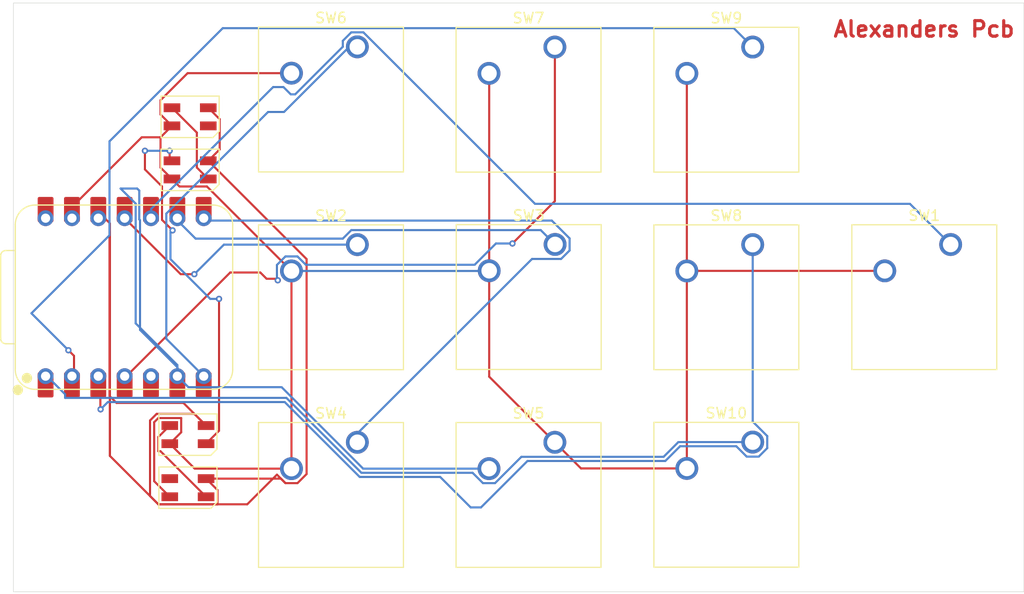
<source format=kicad_pcb>
(kicad_pcb (version 20241229) (generator "pcbnew") (generator_version "9.0")
  (layers (0 "F.Cu" signal) (2 "B.Cu" signal) (13 "F.Paste" user) (15 "B.Paste" user) (5 "F.SilkS" user "F.Silkscreen") (7 "B.SilkS" user "B.Silkscreen") (1 "F.Mask" user) (3 "B.Mask" user) (25 "Edge.Cuts" user))
  (net 0 "")
  (net 1 "+5V")
  (net 2 "Net-(D1-DOUT)")
  (net 3 "GND")
  (net 4 "Net-(D1-DIN)")
  (net 5 "Net-(D2-DOUT)")
  (net 6 "Net-(D3-DOUT)")
  (net 7 "Net-(D4-DOUT)")
  (net 8 "Net-(D5-DOUT)")
  (net 9 "Net-(U1-GPIO4{slash}MISO)")
  (net 10 "Net-(U1-GPIO3{slash}MOSI)")
  (net 11 "Net-(U1-GPIO2{slash}SCK)")
  (net 12 "Net-(U1-GPIO1{slash}RX)")
  (net 13 "Net-(U1-GPIO7{slash}SCL)")
  (net 14 "Net-(U1-GPIO0{slash}TX)")
  (net 15 "Net-(U1-GPIO29{slash}ADC3{slash}A3)")
  (net 16 "Net-(U1-GPIO28{slash}ADC2{slash}A2)")
  (net 17 "Net-(U1-GPIO27{slash}ADC1{slash}A1)")
  (net 18 "Net-(U1-GPIO26{slash}ADC0{slash}A0)")
  (footprint "Button_Switch_Keyboard:SW_Cherry_MX_1.00u_PCB" (layer "F.Cu") (at 125.249998 59.03)
    (property "Reference" "SW6" (at -2.54 -2.794 0) (layer "F.SilkS"))
    (property "Value" "SW_Push")
    (fp_line (start -9.525 -1.905) (end 4.445 -1.905) (stroke (width 0.12)) (layer "F.SilkS"))
    (fp_line (start -9.525 12.065) (end -9.525 -1.905) (stroke (width 0.12)) (layer "F.SilkS"))
    (fp_line (start 4.445 -1.905) (end 4.445 12.065) (stroke (width 0.12)) (layer "F.SilkS"))
    (fp_line (start 4.445 12.065) (end -9.525 12.065) (stroke (width 0.12)) (layer "F.SilkS"))
    (pad "" np_thru_hole circle (at -7.62 5.08) (size 1.7 1.7) (drill 1.7) (layers "*.Cu" "*.Mask"))
    (pad "" np_thru_hole circle (at -2.54 5.08) (size 4 4) (drill 4) (layers "*.Cu" "*.Mask"))
    (pad "" np_thru_hole circle (at 2.54 5.08) (size 1.7 1.7) (drill 1.7) (layers "*.Cu" "*.Mask"))
    (pad "1" thru_hole circle (at 0 0) (size 2.2 2.2) (drill 1.5) (layers "*.Cu" "*.Mask") (net 14 "Net-(U1-GPIO0{slash}TX)"))
    (pad "2" thru_hole circle (at -6.35 2.54) (size 2.2 2.2) (drill 1.5) (layers "*.Cu" "*.Mask") (net 3 "GND"))
  )
  (footprint "Button_Switch_Keyboard:SW_Cherry_MX_1.00u_PCB" (layer "F.Cu") (at 163.359998 59.05)
    (property "Reference" "SW9" (at -2.54 -2.794 0) (layer "F.SilkS"))
    (property "Value" "SW_Push")
    (fp_line (start -9.525 -1.905) (end 4.445 -1.905) (stroke (width 0.12)) (layer "F.SilkS"))
    (fp_line (start -9.525 12.065) (end -9.525 -1.905) (stroke (width 0.12)) (layer "F.SilkS"))
    (fp_line (start 4.445 -1.905) (end 4.445 12.065) (stroke (width 0.12)) (layer "F.SilkS"))
    (fp_line (start 4.445 12.065) (end -9.525 12.065) (stroke (width 0.12)) (layer "F.SilkS"))
    (pad "" np_thru_hole circle (at -7.62 5.08) (size 1.7 1.7) (drill 1.7) (layers "*.Cu" "*.Mask"))
    (pad "" np_thru_hole circle (at -2.54 5.08) (size 4 4) (drill 4) (layers "*.Cu" "*.Mask"))
    (pad "" np_thru_hole circle (at 2.54 5.08) (size 1.7 1.7) (drill 1.7) (layers "*.Cu" "*.Mask"))
    (pad "1" thru_hole circle (at 0 0) (size 2.2 2.2) (drill 1.5) (layers "*.Cu" "*.Mask") (net 17 "Net-(U1-GPIO27{slash}ADC1{slash}A1)"))
    (pad "2" thru_hole circle (at -6.35 2.54) (size 2.2 2.2) (drill 1.5) (layers "*.Cu" "*.Mask") (net 3 "GND"))
  )
  (footprint "Button_Switch_Keyboard:SW_Cherry_MX_1.00u_PCB" (layer "F.Cu") (at 144.289998 59.05)
    (property "Reference" "SW7" (at -2.54 -2.794 0) (layer "F.SilkS"))
    (property "Value" "SW_Push")
    (fp_line (start -9.525 -1.905) (end 4.445 -1.905) (stroke (width 0.12)) (layer "F.SilkS"))
    (fp_line (start -9.525 12.065) (end -9.525 -1.905) (stroke (width 0.12)) (layer "F.SilkS"))
    (fp_line (start 4.445 -1.905) (end 4.445 12.065) (stroke (width 0.12)) (layer "F.SilkS"))
    (fp_line (start 4.445 12.065) (end -9.525 12.065) (stroke (width 0.12)) (layer "F.SilkS"))
    (pad "" np_thru_hole circle (at -7.62 5.08) (size 1.7 1.7) (drill 1.7) (layers "*.Cu" "*.Mask"))
    (pad "" np_thru_hole circle (at -2.54 5.08) (size 4 4) (drill 4) (layers "*.Cu" "*.Mask"))
    (pad "" np_thru_hole circle (at 2.54 5.08) (size 1.7 1.7) (drill 1.7) (layers "*.Cu" "*.Mask"))
    (pad "1" thru_hole circle (at 0 0) (size 2.2 2.2) (drill 1.5) (layers "*.Cu" "*.Mask") (net 15 "Net-(U1-GPIO29{slash}ADC3{slash}A3)"))
    (pad "2" thru_hole circle (at -6.35 2.54) (size 2.2 2.2) (drill 1.5) (layers "*.Cu" "*.Mask") (net 3 "GND"))
  )
  (footprint "Button_Switch_Keyboard:SW_Cherry_MX_1.00u_PCB" (layer "F.Cu") (at 144.309998 78.09)
    (property "Reference" "SW3" (at -2.54 -2.794 0) (layer "F.SilkS"))
    (property "Value" "SW_Push")
    (fp_line (start -9.525 -1.905) (end 4.445 -1.905) (stroke (width 0.12)) (layer "F.SilkS"))
    (fp_line (start -9.525 12.065) (end -9.525 -1.905) (stroke (width 0.12)) (layer "F.SilkS"))
    (fp_line (start 4.445 -1.905) (end 4.445 12.065) (stroke (width 0.12)) (layer "F.SilkS"))
    (fp_line (start 4.445 12.065) (end -9.525 12.065) (stroke (width 0.12)) (layer "F.SilkS"))
    (pad "" np_thru_hole circle (at -7.62 5.08) (size 1.7 1.7) (drill 1.7) (layers "*.Cu" "*.Mask"))
    (pad "" np_thru_hole circle (at -2.54 5.08) (size 4 4) (drill 4) (layers "*.Cu" "*.Mask"))
    (pad "" np_thru_hole circle (at 2.54 5.08) (size 1.7 1.7) (drill 1.7) (layers "*.Cu" "*.Mask"))
    (pad "1" thru_hole circle (at 0 0) (size 2.2 2.2) (drill 1.5) (layers "*.Cu" "*.Mask") (net 11 "Net-(U1-GPIO2{slash}SCK)"))
    (pad "2" thru_hole circle (at -6.35 2.54) (size 2.2 2.2) (drill 1.5) (layers "*.Cu" "*.Mask") (net 3 "GND"))
  )
  (footprint "OPL:XIAO-RP2040-DIP" (layer "F.Cu") (at 102.82 83.18 90)
    (property "Reference" "U1" (hide yes))
    (property "Value" "XIAO-RP2040-DIP" (hide yes))
    (fp_line (start -3.991272 -11.951) (end 4.004 -11.951) (stroke (width 0.127)) (layer "F.SilkS"))
    (fp_line (start 4.504 -11.451) (end 4.504 -10.541) (stroke (width 0.127)) (layer "F.SilkS"))
    (fp_line (start 6.985 -10.541) (end -6.985 -10.541) (stroke (width 0.1)) (layer "F.SilkS"))
    (fp_line (start 6.985 -10.541) (end -6.985 -10.541) (stroke (width 0.127)) (layer "F.SilkS"))
    (fp_line (start -4.495 -10.541) (end -4.491272 -11.451272) (stroke (width 0.127)) (layer "F.SilkS"))
    (fp_line (start 8.89 8.509) (end 8.89 -8.636) (stroke (width 0.127)) (layer "F.SilkS"))
    (fp_line (start -8.89 8.509) (end -8.89 -8.636) (stroke (width 0.127)) (layer "F.SilkS"))
    (fp_line (start -6.985 10.414) (end 6.985 10.414) (stroke (width 0.127)) (layer "F.SilkS"))
    (fp_arc (start 4.004 -11.951) (mid 4.357553 -11.804553) (end 4.504 -11.451) (stroke (width 0.127)) (layer "F.SilkS"))
    (fp_arc (start -4.491272 -11.451272) (mid -4.344728 -11.80464) (end -3.991272 -11.951) (stroke (width 0.127)) (layer "F.SilkS"))
    (fp_arc (start 6.985 -10.541) (mid 8.332038 -9.983038) (end 8.89 -8.636) (stroke (width 0.127)) (layer "F.SilkS"))
    (fp_arc (start -8.89 -8.636) (mid -8.332038 -9.983038) (end -6.985 -10.541) (stroke (width 0.127)) (layer "F.SilkS"))
    (fp_arc (start 8.89 8.509) (mid 8.332038 9.856038) (end 6.985 10.414) (stroke (width 0.127)) (layer "F.SilkS"))
    (fp_arc (start -6.985 10.414) (mid -8.332038 9.856038) (end -8.89 8.509) (stroke (width 0.127)) (layer "F.SilkS"))
    (fp_circle (center -8.95 -10.3) (end -8.95 -10.554) (stroke (width 0.5)) (fill yes) (layer "F.SilkS"))
    (fp_circle (center -7.807 -9.42) (end -7.807 -9.674) (stroke (width 0.5)) (fill yes) (layer "F.SilkS"))
    (pad "1" smd roundrect (at -8.455 -7.62 270) (size 2.432 1.524) (layers "F.Cu" "F.Mask") (roundrect_rratio 0.1) (net 18 "Net-(U1-GPIO26{slash}ADC0{slash}A0)"))
    (pad "1" thru_hole circle (at -7.62 -7.62 270) (size 1.524 1.524) (drill 0.889) (layers "*.Cu" "*.Mask") (net 18 "Net-(U1-GPIO26{slash}ADC0{slash}A0)"))
    (pad "2" smd roundrect (at -8.455 -5.08 270) (size 2.432 1.524) (layers "F.Cu" "F.Mask") (roundrect_rratio 0.1) (net 17 "Net-(U1-GPIO27{slash}ADC1{slash}A1)"))
    (pad "2" thru_hole circle (at -7.62 -5.08 270) (size 1.524 1.524) (drill 0.889) (layers "*.Cu" "*.Mask") (net 17 "Net-(U1-GPIO27{slash}ADC1{slash}A1)"))
    (pad "3" smd roundrect (at -8.455 -2.54 270) (size 2.432 1.524) (layers "F.Cu" "F.Mask") (roundrect_rratio 0.1) (net 16 "Net-(U1-GPIO28{slash}ADC2{slash}A2)"))
    (pad "3" thru_hole circle (at -7.62 -2.54 270) (size 1.524 1.524) (drill 0.889) (layers "*.Cu" "*.Mask") (net 16 "Net-(U1-GPIO28{slash}ADC2{slash}A2)"))
    (pad "4" smd roundrect (at -8.455 0 270) (size 2.432 1.524) (layers "F.Cu" "F.Mask") (roundrect_rratio 0.1) (net 15 "Net-(U1-GPIO29{slash}ADC3{slash}A3)"))
    (pad "4" thru_hole circle (at -7.62 0 270) (size 1.524 1.524) (drill 0.889) (layers "*.Cu" "*.Mask") (net 15 "Net-(U1-GPIO29{slash}ADC3{slash}A3)"))
    (pad "5" smd roundrect (at -8.455 2.54 270) (size 2.432 1.524) (layers "F.Cu" "F.Mask") (roundrect_rratio 0.1) (net 4 "Net-(D1-DIN)"))
    (pad "5" thru_hole circle (at -7.62 2.54 270) (size 1.524 1.524) (drill 0.889) (layers "*.Cu" "*.Mask") (net 4 "Net-(D1-DIN)"))
    (pad "6" smd roundrect (at -8.455 5.08 270) (size 2.432 1.524) (layers "F.Cu" "F.Mask") (roundrect_rratio 0.1) (net 13 "Net-(U1-GPIO7{slash}SCL)"))
    (pad "6" thru_hole circle (at -7.62 5.08 270) (size 1.524 1.524) (drill 0.889) (layers "*.Cu" "*.Mask") (net 13 "Net-(U1-GPIO7{slash}SCL)"))
    (pad "7" smd roundrect (at -8.455 7.62 270) (size 2.432 1.524) (layers "F.Cu" "F.Mask") (roundrect_rratio 0.1) (net 14 "Net-(U1-GPIO0{slash}TX)"))
    (pad "7" thru_hole circle (at -7.62 7.62 270) (size 1.524 1.524) (drill 0.889) (layers "*.Cu" "*.Mask") (net 14 "Net-(U1-GPIO0{slash}TX)"))
    (pad "8" thru_hole circle (at 7.62 7.62 90) (size 1.524 1.524) (drill 0.889) (layers "*.Cu" "*.Mask") (net 12 "Net-(U1-GPIO1{slash}RX)"))
    (pad "8" smd roundrect (at 8.455 7.62 90) (size 2.432 1.524) (layers "F.Cu" "F.Mask") (roundrect_rratio 0.1) (net 12 "Net-(U1-GPIO1{slash}RX)"))
    (pad "9" thru_hole circle (at 7.62 5.08 90) (size 1.524 1.524) (drill 0.889) (layers "*.Cu" "*.Mask") (net 11 "Net-(U1-GPIO2{slash}SCK)"))
    (pad "9" smd roundrect (at 8.455 5.08 90) (size 2.432 1.524) (layers "F.Cu" "F.Mask") (roundrect_rratio 0.1) (net 11 "Net-(U1-GPIO2{slash}SCK)"))
    (pad "10" thru_hole circle (at 7.62 2.54 90) (size 1.524 1.524) (drill 0.889) (layers "*.Cu" "*.Mask") (net 9 "Net-(U1-GPIO4{slash}MISO)"))
    (pad "10" smd roundrect (at 8.455 2.54 90) (size 2.432 1.524) (layers "F.Cu" "F.Mask") (roundrect_rratio 0.1) (net 9 "Net-(U1-GPIO4{slash}MISO)"))
    (pad "11" thru_hole circle (at 7.62 0 90) (size 1.524 1.524) (drill 0.889) (layers "*.Cu" "*.Mask") (net 10 "Net-(U1-GPIO3{slash}MOSI)"))
    (pad "11" smd roundrect (at 8.455 0 90) (size 2.432 1.524) (layers "F.Cu" "F.Mask") (roundrect_rratio 0.1) (net 10 "Net-(U1-GPIO3{slash}MOSI)"))
    (pad "12" thru_hole circle (at 7.62 -2.54 90) (size 1.524 1.524) (drill 0.889) (layers "*.Cu" "*.Mask") (net 1 "+5V"))
    (pad "12" smd roundrect (at 8.455 -2.54 90) (size 2.432 1.524) (layers "F.Cu" "F.Mask") (roundrect_rratio 0.1) (net 1 "+5V"))
    (pad "13" thru_hole circle (at 7.62 -5.08 90) (size 1.524 1.524) (drill 0.889) (layers "*.Cu" "*.Mask") (net 3 "GND"))
    (pad "13" smd roundrect (at 8.455 -5.08 90) (size 2.432 1.524) (layers "F.Cu" "F.Mask") (roundrect_rratio 0.1) (net 3 "GND"))
    (pad "14" thru_hole circle (at 7.62 -7.62 90) (size 1.524 1.524) (drill 0.889) (layers "*.Cu" "*.Mask"))
    (pad "14" smd roundrect (at 8.455 -7.62 90) (size 2.432 1.524) (layers "F.Cu" "F.Mask") (roundrect_rratio 0.1))
  )
  (footprint "LED_SMD:LED_SK6812MINI_PLCC4_3.5x3.5mm_P1.75mm" (layer "F.Cu") (at 108.919998 96.44)
    (property "Reference" "D4" (hide yes))
    (property "Value" "SK6812MINI")
    (fp_line (start -2.8 -2) (end -2.8 2) (stroke (width 0.12)) (layer "F.SilkS"))
    (fp_line (start -2.8 -2) (end 2.8 -2) (stroke (width 0.12)) (layer "F.SilkS"))
    (fp_line (start -2.8 2) (end 2.2 2) (stroke (width 0.12)) (layer "F.SilkS"))
    (fp_line (start 2.8 1.4) (end 2.2 2) (stroke (width 0.12)) (layer "F.SilkS"))
    (fp_line (start 2.8 1.4) (end 2.8 -2) (stroke (width 0.12)) (layer "F.SilkS"))
    (pad "1" smd rect (at -1.75 -0.875) (size 1.6 0.85) (layers "F.Cu" "F.Mask" "F.Paste") (net 7 "Net-(D4-DOUT)"))
    (pad "2" smd rect (at -1.75 0.875) (size 1.6 0.85) (layers "F.Cu" "F.Mask" "F.Paste") (net 3 "GND"))
    (pad "3" smd rect (at 1.75 0.875) (size 1.6 0.85) (layers "F.Cu" "F.Mask" "F.Paste") (net 6 "Net-(D3-DOUT)"))
    (pad "4" smd rect (at 1.75 -0.875) (size 1.6 0.85) (layers "F.Cu" "F.Mask" "F.Paste") (net 1 "+5V"))
  )
  (footprint "Button_Switch_Keyboard:SW_Cherry_MX_1.00u_PCB" (layer "F.Cu") (at 163.359998 78.11)
    (property "Reference" "SW8" (at -2.54 -2.794 0) (layer "F.SilkS"))
    (property "Value" "SW_Push")
    (fp_line (start -9.525 -1.905) (end 4.445 -1.905) (stroke (width 0.12)) (layer "F.SilkS"))
    (fp_line (start -9.525 12.065) (end -9.525 -1.905) (stroke (width 0.12)) (layer "F.SilkS"))
    (fp_line (start 4.445 -1.905) (end 4.445 12.065) (stroke (width 0.12)) (layer "F.SilkS"))
    (fp_line (start 4.445 12.065) (end -9.525 12.065) (stroke (width 0.12)) (layer "F.SilkS"))
    (pad "" np_thru_hole circle (at -7.62 5.08) (size 1.7 1.7) (drill 1.7) (layers "*.Cu" "*.Mask"))
    (pad "" np_thru_hole circle (at -2.54 5.08) (size 4 4) (drill 4) (layers "*.Cu" "*.Mask"))
    (pad "" np_thru_hole circle (at 2.54 5.08) (size 1.7 1.7) (drill 1.7) (layers "*.Cu" "*.Mask"))
    (pad "1" thru_hole circle (at 0 0) (size 2.2 2.2) (drill 1.5) (layers "*.Cu" "*.Mask") (net 16 "Net-(U1-GPIO28{slash}ADC2{slash}A2)"))
    (pad "2" thru_hole circle (at -6.35 2.54) (size 2.2 2.2) (drill 1.5) (layers "*.Cu" "*.Mask") (net 3 "GND"))
  )
  (footprint "Button_Switch_Keyboard:SW_Cherry_MX_1.00u_PCB" (layer "F.Cu") (at 125.249998 97.18)
    (property "Reference" "SW4" (at -2.54 -2.794 0) (layer "F.SilkS"))
    (property "Value" "SW_Push")
    (fp_line (start -9.525 -1.905) (end 4.445 -1.905) (stroke (width 0.12)) (layer "F.SilkS"))
    (fp_line (start -9.525 12.065) (end -9.525 -1.905) (stroke (width 0.12)) (layer "F.SilkS"))
    (fp_line (start 4.445 -1.905) (end 4.445 12.065) (stroke (width 0.12)) (layer "F.SilkS"))
    (fp_line (start 4.445 12.065) (end -9.525 12.065) (stroke (width 0.12)) (layer "F.SilkS"))
    (pad "" np_thru_hole circle (at -7.62 5.08) (size 1.7 1.7) (drill 1.7) (layers "*.Cu" "*.Mask"))
    (pad "" np_thru_hole circle (at -2.54 5.08) (size 4 4) (drill 4) (layers "*.Cu" "*.Mask"))
    (pad "" np_thru_hole circle (at 2.54 5.08) (size 1.7 1.7) (drill 1.7) (layers "*.Cu" "*.Mask"))
    (pad "1" thru_hole circle (at 0 0) (size 2.2 2.2) (drill 1.5) (layers "*.Cu" "*.Mask") (net 12 "Net-(U1-GPIO1{slash}RX)"))
    (pad "2" thru_hole circle (at -6.35 2.54) (size 2.2 2.2) (drill 1.5) (layers "*.Cu" "*.Mask") (net 3 "GND"))
  )
  (footprint "Button_Switch_Keyboard:SW_Cherry_MX_1.00u_PCB" (layer "F.Cu") (at 182.439998 78.1)
    (property "Reference" "SW1" (at -2.54 -2.794 0) (layer "F.SilkS"))
    (property "Value" "SW_Push")
    (fp_line (start -9.525 -1.905) (end 4.445 -1.905) (stroke (width 0.12)) (layer "F.SilkS"))
    (fp_line (start -9.525 12.065) (end -9.525 -1.905) (stroke (width 0.12)) (layer "F.SilkS"))
    (fp_line (start 4.445 -1.905) (end 4.445 12.065) (stroke (width 0.12)) (layer "F.SilkS"))
    (fp_line (start 4.445 12.065) (end -9.525 12.065) (stroke (width 0.12)) (layer "F.SilkS"))
    (pad "" np_thru_hole circle (at -7.62 5.08) (size 1.7 1.7) (drill 1.7) (layers "*.Cu" "*.Mask"))
    (pad "" np_thru_hole circle (at -2.54 5.08) (size 4 4) (drill 4) (layers "*.Cu" "*.Mask"))
    (pad "" np_thru_hole circle (at 2.54 5.08) (size 1.7 1.7) (drill 1.7) (layers "*.Cu" "*.Mask"))
    (pad "1" thru_hole circle (at 0 0) (size 2.2 2.2) (drill 1.5) (layers "*.Cu" "*.Mask") (net 9 "Net-(U1-GPIO4{slash}MISO)"))
    (pad "2" thru_hole circle (at -6.35 2.54) (size 2.2 2.2) (drill 1.5) (layers "*.Cu" "*.Mask") (net 3 "GND"))
  )
  (footprint "Button_Switch_Keyboard:SW_Cherry_MX_1.00u_PCB" (layer "F.Cu") (at 144.289998 97.18)
    (property "Reference" "SW5" (at -2.54 -2.794 0) (layer "F.SilkS"))
    (property "Value" "SW_Push")
    (fp_line (start -9.525 -1.905) (end 4.445 -1.905) (stroke (width 0.12)) (layer "F.SilkS"))
    (fp_line (start -9.525 12.065) (end -9.525 -1.905) (stroke (width 0.12)) (layer "F.SilkS"))
    (fp_line (start 4.445 -1.905) (end 4.445 12.065) (stroke (width 0.12)) (layer "F.SilkS"))
    (fp_line (start 4.445 12.065) (end -9.525 12.065) (stroke (width 0.12)) (layer "F.SilkS"))
    (pad "" np_thru_hole circle (at -7.62 5.08) (size 1.7 1.7) (drill 1.7) (layers "*.Cu" "*.Mask"))
    (pad "" np_thru_hole circle (at -2.54 5.08) (size 4 4) (drill 4) (layers "*.Cu" "*.Mask"))
    (pad "" np_thru_hole circle (at 2.54 5.08) (size 1.7 1.7) (drill 1.7) (layers "*.Cu" "*.Mask"))
    (pad "1" thru_hole circle (at 0 0) (size 2.2 2.2) (drill 1.5) (layers "*.Cu" "*.Mask") (net 3 "GND"))
    (pad "2" thru_hole circle (at -6.35 2.54) (size 2.2 2.2) (drill 1.5) (layers "*.Cu" "*.Mask") (net 13 "Net-(U1-GPIO7{slash}SCL)"))
  )
  (footprint "Button_Switch_Keyboard:SW_Cherry_MX_1.00u_PCB" (layer "F.Cu") (at 125.249998 78.11)
    (property "Reference" "SW2" (at -2.54 -2.794 0) (layer "F.SilkS"))
    (property "Value" "SW_Push")
    (fp_line (start -9.525 -1.905) (end 4.445 -1.905) (stroke (width 0.12)) (layer "F.SilkS"))
    (fp_line (start -9.525 12.065) (end -9.525 -1.905) (stroke (width 0.12)) (layer "F.SilkS"))
    (fp_line (start 4.445 -1.905) (end 4.445 12.065) (stroke (width 0.12)) (layer "F.SilkS"))
    (fp_line (start 4.445 12.065) (end -9.525 12.065) (stroke (width 0.12)) (layer "F.SilkS"))
    (pad "" np_thru_hole circle (at -7.62 5.08) (size 1.7 1.7) (drill 1.7) (layers "*.Cu" "*.Mask"))
    (pad "" np_thru_hole circle (at -2.54 5.08) (size 4 4) (drill 4) (layers "*.Cu" "*.Mask"))
    (pad "" np_thru_hole circle (at 2.54 5.08) (size 1.7 1.7) (drill 1.7) (layers "*.Cu" "*.Mask"))
    (pad "1" thru_hole circle (at 0 0) (size 2.2 2.2) (drill 1.5) (layers "*.Cu" "*.Mask") (net 10 "Net-(U1-GPIO3{slash}MOSI)"))
    (pad "2" thru_hole circle (at -6.35 2.54) (size 2.2 2.2) (drill 1.5) (layers "*.Cu" "*.Mask") (net 3 "GND"))
  )
  (footprint "LED_SMD:LED_SK6812MINI_PLCC4_3.5x3.5mm_P1.75mm" (layer "F.Cu") (at 108.919998 101.56)
    (property "Reference" "D5" (hide yes))
    (property "Value" "SK6812MINI" (hide yes))
    (fp_line (start -2.8 -2) (end -2.8 2) (stroke (width 0.12)) (layer "F.SilkS"))
    (fp_line (start -2.8 -2) (end 2.8 -2) (stroke (width 0.12)) (layer "F.SilkS"))
    (fp_line (start -2.8 2) (end 2.2 2) (stroke (width 0.12)) (layer "F.SilkS"))
    (fp_line (start 2.8 1.4) (end 2.2 2) (stroke (width 0.12)) (layer "F.SilkS"))
    (fp_line (start 2.8 1.4) (end 2.8 -2) (stroke (width 0.12)) (layer "F.SilkS"))
    (pad "1" smd rect (at -1.75 -0.875) (size 1.6 0.85) (layers "F.Cu" "F.Mask" "F.Paste") (net 8 "Net-(D5-DOUT)"))
    (pad "2" smd rect (at -1.75 0.875) (size 1.6 0.85) (layers "F.Cu" "F.Mask" "F.Paste") (net 3 "GND"))
    (pad "3" smd rect (at 1.75 0.875) (size 1.6 0.85) (layers "F.Cu" "F.Mask" "F.Paste") (net 7 "Net-(D4-DOUT)"))
    (pad "4" smd rect (at 1.75 -0.875) (size 1.6 0.85) (layers "F.Cu" "F.Mask" "F.Paste") (net 1 "+5V"))
  )
  (footprint "LED_SMD:LED_SK6812MINI_PLCC4_3.5x3.5mm_P1.75mm" (layer "F.Cu") (at 109.129998 70.9)
    (property "Reference" "D3" (hide yes))
    (property "Value" "SK6812MINI")
    (fp_line (start -2.8 -2) (end -2.8 2) (stroke (width 0.12)) (layer "F.SilkS"))
    (fp_line (start -2.8 -2) (end 2.8 -2) (stroke (width 0.12)) (layer "F.SilkS"))
    (fp_line (start -2.8 2) (end 2.2 2) (stroke (width 0.12)) (layer "F.SilkS"))
    (fp_line (start 2.8 1.4) (end 2.2 2) (stroke (width 0.12)) (layer "F.SilkS"))
    (fp_line (start 2.8 1.4) (end 2.8 -2) (stroke (width 0.12)) (layer "F.SilkS"))
    (pad "1" smd rect (at -1.75 -0.875) (size 1.6 0.85) (layers "F.Cu" "F.Mask" "F.Paste") (net 6 "Net-(D3-DOUT)"))
    (pad "2" smd rect (at -1.75 0.875) (size 1.6 0.85) (layers "F.Cu" "F.Mask" "F.Paste") (net 3 "GND"))
    (pad "3" smd rect (at 1.75 0.875) (size 1.6 0.85) (layers "F.Cu" "F.Mask" "F.Paste") (net 5 "Net-(D2-DOUT)"))
    (pad "4" smd rect (at 1.75 -0.875) (size 1.6 0.85) (layers "F.Cu" "F.Mask" "F.Paste") (net 1 "+5V"))
  )
  (footprint "Button_Switch_Keyboard:SW_Cherry_MX_1.00u_PCB" (layer "F.Cu") (at 163.359998 97.16)
    (property "Reference" "SW10" (at -2.54 -2.794 0) (layer "F.SilkS"))
    (property "Value" "SW_Push")
    (fp_line (start -9.525 -1.905) (end 4.445 -1.905) (stroke (width 0.12)) (layer "F.SilkS"))
    (fp_line (start -9.525 12.065) (end -9.525 -1.905) (stroke (width 0.12)) (layer "F.SilkS"))
    (fp_line (start 4.445 -1.905) (end 4.445 12.065) (stroke (width 0.12)) (layer "F.SilkS"))
    (fp_line (start 4.445 12.065) (end -9.525 12.065) (stroke (width 0.12)) (layer "F.SilkS"))
    (pad "" np_thru_hole circle (at -7.62 5.08) (size 1.7 1.7) (drill 1.7) (layers "*.Cu" "*.Mask"))
    (pad "" np_thru_hole circle (at -2.54 5.08) (size 4 4) (drill 4) (layers "*.Cu" "*.Mask"))
    (pad "" np_thru_hole circle (at 2.54 5.08) (size 1.7 1.7) (drill 1.7) (layers "*.Cu" "*.Mask"))
    (pad "1" thru_hole circle (at 0 0) (size 2.2 2.2) (drill 1.5) (layers "*.Cu" "*.Mask") (net 18 "Net-(U1-GPIO26{slash}ADC0{slash}A0)"))
    (pad "2" thru_hole circle (at -6.35 2.54) (size 2.2 2.2) (drill 1.5) (layers "*.Cu" "*.Mask") (net 3 "GND"))
  )
  (footprint "LED_SMD:LED_SK6812MINI_PLCC4_3.5x3.5mm_P1.75mm" (layer "F.Cu") (at 109.129998 65.78)
    (property "Reference" "D2" (hide yes))
    (property "Value" "SK6812MINI" (hide yes))
    (fp_line (start -2.8 -2) (end -2.8 2) (stroke (width 0.12)) (layer "F.SilkS"))
    (fp_line (start -2.8 -2) (end 2.8 -2) (stroke (width 0.12)) (layer "F.SilkS"))
    (fp_line (start -2.8 2) (end 2.2 2) (stroke (width 0.12)) (layer "F.SilkS"))
    (fp_line (start 2.8 1.4) (end 2.2 2) (stroke (width 0.12)) (layer "F.SilkS"))
    (fp_line (start 2.8 1.4) (end 2.8 -2) (stroke (width 0.12)) (layer "F.SilkS"))
    (pad "1" smd rect (at -1.75 -0.875) (size 1.6 0.85) (layers "F.Cu" "F.Mask" "F.Paste") (net 5 "Net-(D2-DOUT)"))
    (pad "2" smd rect (at -1.75 0.875) (size 1.6 0.85) (layers "F.Cu" "F.Mask" "F.Paste") (net 3 "GND"))
    (pad "3" smd rect (at 1.75 0.875) (size 1.6 0.85) (layers "F.Cu" "F.Mask" "F.Paste") (net 2 "Net-(D1-DOUT)"))
    (pad "4" smd rect (at 1.75 -0.875) (size 1.6 0.85) (layers "F.Cu" "F.Mask" "F.Paste") (net 1 "+5V"))
  )
  (gr_rect (start 92.1 54.8) (end 189.5 111.6) (stroke (width 0.05)) (fill no) (layer "Edge.Cuts"))
  (gr_text "Alexanders Pcb" (at 171 58.2 0) (layer "F.Cu") (effects (font (size 1.5 1.5) (thickness 0.3) (bold yes)) (justify left bottom)))
  (segment (start 100.978498 75.635) (end 100.38 75.635) (width 0.2) (layer "F.Cu") (net 1))
  (segment (start 110.669998 95.565) (end 110.669998 95.63) (width 0.2) (layer "F.Cu") (net 1))
  (segment (start 120.358998 79.504) (end 110.879998 70.025) (width 0.2) (layer "F.Cu") (net 1))
  (segment (start 105.266998 102.359) (end 106.068998 103.161) (width 0.2) (layer "F.Cu") (net 1))
  (segment (start 110.879998 70.03) (end 110.879998 70.025) (width 0.2) (layer "F.Cu") (net 1))
  (segment (start 106.068998 103.161) (end 114.638312 103.161) (width 0.2) (layer "F.Cu") (net 1))
  (segment (start 108.486998 93.382) (end 102.036872 93.382) (width 0.2) (layer "F.Cu") (net 1))
  (segment (start 119.480312 101.121) (end 120.358998 100.242314) (width 0.2) (layer "F.Cu") (net 1))
  (segment (start 110.865 95.565) (end 110.669998 95.565) (width 0.2) (layer "F.Cu") (net 1))
  (segment (start 111.770998 103.161) (end 106.068998 103.161) (width 0.2) (layer "F.Cu") (net 1))
  (segment (start 105.266998 95.0739) (end 105.266998 102.359) (width 0.2) (layer "F.Cu") (net 1))
  (segment (start 114.638312 103.161) (end 117.498998 100.300314) (width 0.2) (layer "F.Cu") (net 1))
  (segment (start 111.980998 68.924) (end 111.980998 66.006) (width 0.2) (layer "F.Cu") (net 1))
  (segment (start 118.319684 101.121) (end 119.480312 101.121) (width 0.2) (layer "F.Cu") (net 1))
  (segment (start 110.669998 95.565) (end 108.486998 93.382) (width 0.2) (layer "F.Cu") (net 1))
  (segment (start 110.669998 95.565) (end 109.542998 94.438) (width 0.2) (layer "F.Cu") (net 1))
  (segment (start 106.068998 103.161) (end 101.4 98.492002) (width 0.2) (layer "F.Cu") (net 1))
  (segment (start 110.865 95.565) (end 110.95 95.65) (width 0.2) (layer "F.Cu") (net 1))
  (segment (start 110.8 70.104998) (end 110.8 70.15) (width 0.2) (layer "F.Cu") (net 1))
  (segment (start 117.883684 100.685) (end 118.319684 101.121) (width 0.2) (layer "F.Cu") (net 1))
  (segment (start 110.669998 100.685) (end 117.883684 100.685) (width 0.2) (layer "F.Cu") (net 1))
  (segment (start 110.669998 100.685) (end 111.770998 101.786) (width 0.2) (layer "F.Cu") (net 1))
  (segment (start 111.770998 101.786) (end 111.770998 103.161) (width 0.2) (layer "F.Cu") (net 1))
  (segment (start 111.980998 66.006) (end 110.879998 64.905) (width 0.2) (layer "F.Cu") (net 1))
  (segment (start 109.542998 94.438) (end 105.902898 94.438) (width 0.2) (layer "F.Cu") (net 1))
  (segment (start 110.879998 70.025) (end 110.8 70.104998) (width 0.2) (layer "F.Cu") (net 1))
  (segment (start 117.498998 100.300314) (end 118.319684 101.121) (width 0.2) (layer "F.Cu") (net 1))
  (segment (start 101.4 98.492002) (end 101.4 76.056502) (width 0.2) (layer "F.Cu") (net 1))
  (segment (start 120.358998 100.242314) (end 120.358998 79.504) (width 0.2) (layer "F.Cu") (net 1))
  (segment (start 110.879998 70.03) (end 110.899998 70.05) (width 0.2) (layer "F.Cu") (net 1))
  (segment (start 105.902898 94.438) (end 105.266998 95.0739) (width 0.2) (layer "F.Cu") (net 1))
  (segment (start 110.879998 70.025) (end 111.980998 68.924) (width 0.2) (layer "F.Cu") (net 1))
  (segment (start 102.036872 93.382) (end 101.361498 92.706626) (width 0.2) (layer "F.Cu") (net 1))
  (segment (start 101.4 98.492002) (end 101.4 76.891502) (width 0.2) (layer "F.Cu") (net 1))
  (segment (start 101.361498 76.018) (end 100.978498 75.635) (width 0.2) (layer "F.Cu") (net 1))
  (segment (start 110.649998 95.65) (end 110.669998 95.63) (width 0.2) (layer "F.Cu") (net 1))
  (segment (start 101.361498 92.706626) (end 101.361498 76.018) (width 0.2) (layer "F.Cu") (net 1))
  (segment (start 110.899998 66.7) (end 110.899998 66.665) (width 0.2) (layer "F.Cu") (net 2))
  (segment (start 110.879998 66.655) (end 110.889998 66.655) (width 0.2) (layer "F.Cu") (net 2))
  (segment (start 110.889998 66.655) (end 110.899998 66.665) (width 0.2) (layer "F.Cu") (net 2))
  (segment (start 107.169998 97.315) (end 109.574998 99.72) (width 0.2) (layer "F.Cu") (net 3))
  (segment (start 110.750998 72.501) (end 108.105998 72.501) (width 0.2) (layer "F.Cu") (net 3))
  (segment (start 118.899998 99.72) (end 118.899998 80.65) (width 0.2) (layer "F.Cu") (net 3))
  (segment (start 137.919998 61.57) (end 137.939998 61.59) (width 0.2) (layer "F.Cu") (net 3))
  (segment (start 106.278998 65.554) (end 106.278998 64.179) (width 0.2) (layer "F.Cu") (net 3))
  (segment (start 108.270998 96.214) (end 107.169998 97.315) (width 0.2) (layer "F.Cu") (net 3))
  (segment (start 157.009998 80.65) (end 157.009998 99.7) (width 0.2) (layer "F.Cu") (net 3))
  (segment (start 118.899998 80.65) (end 110.750998 72.501) (width 0.2) (layer "F.Cu") (net 3))
  (segment (start 137.959998 90.85) (end 137.959998 80.63) (width 0.2) (layer "F.Cu") (net 3))
  (segment (start 157.009998 99.7) (end 146.809998 99.7) (width 0.2) (layer "F.Cu") (net 3))
  (segment (start 137.959998 61.61) (end 137.959998 80.63) (width 0.2) (layer "F.Cu") (net 3))
  (segment (start 157.009998 80.65) (end 157.009998 61.59) (width 0.2) (layer "F.Cu") (net 3))
  (segment (start 97.758498 75.176374) (end 97.758498 75.79) (width 0.2) (layer "F.Cu") (net 3))
  (segment (start 108.105998 72.501) (end 107.379998 71.775) (width 0.2) (layer "F.Cu") (net 3))
  (segment (start 146.809998 99.7) (end 144.289998 97.18) (width 0.2) (layer "F.Cu") (net 3))
  (segment (start 105.667998 95.24) (end 106.068998 94.839) (width 0.2) (layer "F.Cu") (net 3))
  (segment (start 144.289998 97.18) (end 137.959998 90.85) (width 0.2) (layer "F.Cu") (net 3))
  (segment (start 107.169998 102.435) (end 105.667998 100.933) (width 0.2) (layer "F.Cu") (net 3))
  (segment (start 97.758498 75.79) (end 97.758498 74.71237) (width 0.2) (layer "F.Cu") (net 3))
  (segment (start 108.887998 61.57) (end 118.899998 61.57) (width 0.2) (layer "F.Cu") (net 3))
  (segment (start 137.939998 61.59) (end 137.959998 61.61) (width 0.2) (layer "F.Cu") (net 3))
  (segment (start 109.574998 99.72) (end 118.899998 99.72) (width 0.2) (layer "F.Cu") (net 3))
  (segment (start 106.278998 64.179) (end 108.887998 61.57) (width 0.2) (layer "F.Cu") (net 3))
  (segment (start 176.089998 80.64) (end 157.019998 80.64) (width 0.2) (layer "F.Cu") (net 3))
  (segment (start 104.46637 67.756) (end 106.278998 67.756) (width 0.2) (layer "F.Cu") (net 3))
  (segment (start 157.019998 80.64) (end 157.009998 80.65) (width 0.2) (layer "F.Cu") (net 3))
  (segment (start 106.278998 67.756) (end 106.278998 70.674) (width 0.2) (layer "F.Cu") (net 3))
  (segment (start 105.667998 100.933) (end 105.667998 95.24) (width 0.2) (layer "F.Cu") (net 3))
  (segment (start 118.899998 61.57) (end 118.208998 62.261) (width 0.2) (layer "F.Cu") (net 3))
  (segment (start 106.068998 94.839) (end 108.270998 94.839) (width 0.2) (layer "F.Cu") (net 3))
  (segment (start 108.270998 94.839) (end 108.270998 96.214) (width 0.2) (layer "F.Cu") (net 3))
  (segment (start 106.278998 70.674) (end 107.379998 71.775) (width 0.2) (layer "F.Cu") (net 3))
  (segment (start 107.379998 66.655) (end 106.278998 65.554) (width 0.2) (layer "F.Cu") (net 3))
  (segment (start 107.379998 66.655) (end 106.278998 67.756) (width 0.2) (layer "F.Cu") (net 3))
  (segment (start 97.74 75.56) (end 97.74 74.48237) (width 0.2) (layer "F.Cu") (net 3))
  (segment (start 97.74 74.48237) (end 104.46637 67.756) (width 0.2) (layer "F.Cu") (net 3))
  (segment (start 118.899998 80.65) (end 137.939998 80.65) (width 0.2) (layer "B.Cu") (net 3))
  (segment (start 176.089998 80.660002) (end 176.05 80.7) (width 0.2) (layer "B.Cu") (net 3))
  (segment (start 137.979998 61.55) (end 137.939998 61.59) (width 0.2) (layer "B.Cu") (net 3))
  (segment (start 137.979998 61.55) (end 138.05 61.55) (width 0.2) (layer "B.Cu") (net 3))
  (segment (start 137.939998 80.65) (end 137.959998 80.63) (width 0.2) (layer "B.Cu") (net 3))
  (segment (start 138.05 61.700002) (end 137.939998 61.59) (width 0.2) (layer "B.Cu") (net 3))
  (segment (start 118.899998 80.749998) (end 118.9 80.75) (width 0.2) (layer "B.Cu") (net 3))
  (segment (start 176.089998 80.64) (end 176.089998 80.660002) (width 0.2) (layer "B.Cu") (net 3))
  (segment (start 138.05 61.700002) (end 138.05 61.75) (width 0.2) (layer "B.Cu") (net 3))
  (segment (start 118.899998 80.749998) (end 118.899998 80.65) (width 0.2) (layer "B.Cu") (net 3))
  (segment (start 137.959998 80.63) (end 138.03 80.63) (width 0.2) (layer "B.Cu") (net 3))
  (segment (start 138.03 80.63) (end 138.1 80.7) (width 0.2) (layer "B.Cu") (net 3))
  (segment (start 105.378498 91.03) (end 105.378498 91.865) (width 0.2) (layer "F.Cu") (net 4))
  (segment (start 105.378498 91.2285) (end 105.378498 91.03) (width 0.2) (layer "B.Cu") (net 4))
  (segment (start 105.378498 91.2285) (end 105.499998 91.35) (width 0.2) (layer "B.Cu") (net 4))
  (segment (start 110.879998 71.78) (end 110.899998 71.8) (width 0.2) (layer "F.Cu") (net 5))
  (segment (start 110.879998 71.775) (end 110.879998 71.78) (width 0.2) (layer "F.Cu") (net 5))
  (segment (start 109.778998 67.304) (end 109.778998 70.674) (width 0.2) (layer "F.Cu") (net 5))
  (segment (start 107.379998 64.905) (end 109.778998 67.304) (width 0.2) (layer "F.Cu") (net 5))
  (segment (start 109.778998 70.674) (end 110.879998 71.775) (width 0.2) (layer "F.Cu") (net 5))
  (segment (start 107.437 76.734) (end 106.423 75.72) (width 0.2) (layer "F.Cu") (net 6))
  (segment (start 107.15625 69.05625) (end 107.15625 69.801252) (width 0.2) (layer "F.Cu") (net 6))
  (segment (start 110.6 97.384998) (end 110.6 97.5) (width 0.2) (layer "F.Cu") (net 6))
  (segment (start 104.775 70.853) (end 104.775 69.05625) (width 0.2) (layer "F.Cu") (net 6))
  (segment (start 110.669998 97.315) (end 111.91875 96.066248) (width 0.2) (layer "F.Cu") (net 6))
  (segment (start 110.754998 97.4) (end 110.799998 97.4) (width 0.2) (layer "F.Cu") (net 6))
  (segment (start 106.423 75.72) (end 106.423 72.501) (width 0.2) (layer "F.Cu") (net 6))
  (segment (start 111.91875 96.066248) (end 111.91875 83.34375) (width 0.2) (layer "F.Cu") (net 6))
  (segment (start 107.458499 69.946499) (end 107.379998 70.025) (width 0.2) (layer "F.Cu") (net 6))
  (segment (start 107.15625 69.801252) (end 107.379998 70.025) (width 0.2) (layer "F.Cu") (net 6))
  (segment (start 107.35 70.054998) (end 107.379998 70.025) (width 0.2) (layer "F.Cu") (net 6))
  (segment (start 107.35 70.054998) (end 107.35 70.1) (width 0.2) (layer "F.Cu") (net 6))
  (segment (start 106.423 72.501) (end 104.775 70.853) (width 0.2) (layer "F.Cu") (net 6))
  (via (at 107.437 76.734) (size 0.6) (drill 0.3) (layers "F.Cu" "B.Cu") (net 6))
  (via (at 111.91875 83.34375) (size 0.6) (drill 0.3) (layers "F.Cu" "B.Cu") (net 6))
  (via (at 104.775 69.05625) (size 0.6) (drill 0.3) (layers "F.Cu" "B.Cu") (net 6))
  (via (at 107.15625 69.05625) (size 0.6) (drill 0.3) (layers "F.Cu" "B.Cu") (net 6))
  (segment (start 107.238 78.58125) (end 107.238 76.933) (width 0.2) (layer "B.Cu") (net 6))
  (segment (start 111.91875 83.34375) (end 111.068807 83.34375) (width 0.2) (layer "B.Cu") (net 6))
  (segment (start 111.068807 83.34375) (end 107.238 79.512943) (width 0.2) (layer "B.Cu") (net 6))
  (segment (start 107.238 76.933) (end 107.437 76.734) (width 0.2) (layer "B.Cu") (net 6))
  (segment (start 107.238 79.512943) (end 107.238 78.58125) (width 0.2) (layer "B.Cu") (net 6))
  (segment (start 104.775 69.05625) (end 107.15625 69.05625) (width 0.2) (layer "B.Cu") (net 6))
  (segment (start 106.275998 98.041) (end 106.068998 98.041) (width 0.2) (layer "F.Cu") (net 7))
  (segment (start 110.669998 102.435) (end 106.275998 98.041) (width 0.2) (layer "F.Cu") (net 7))
  (segment (start 106.068998 96.666) (end 107.169998 95.565) (width 0.2) (layer "F.Cu") (net 7))
  (segment (start 106.068998 98.041) (end 106.068998 96.666) (width 0.2) (layer "F.Cu") (net 7))
  (segment (start 182.439998 78.09) (end 182.349998 78) (width 0.2) (layer "F.Cu") (net 9))
  (segment (start 182.439998 78.09) (end 182.439998 78.1) (width 0.2) (layer "F.Cu") (net 9))
  (segment (start 182.439998 78.14) (end 182.649998 78.35) (width 0.2) (layer "F.Cu") (net 9))
  (segment (start 182.439998 78.1) (end 182.439998 78.14) (width 0.2) (layer "F.Cu") (net 9))
  (segment (start 182.439998 78.1) (end 178.512286 74.172288) (width 0.2) (layer "B.Cu") (net 9))
  (segment (start 182.649998 78.1) (end 182.699998 78.05) (width 0.2) (layer "B.Cu") (net 9))
  (segment (start 142.3736 74.172288) (end 125.830312 57.629) (width 0.2) (layer "B.Cu") (net 9))
  (segment (start 119.258838 63.61253) (end 118.830998 63.61253) (width 0.2) (layer "B.Cu") (net 9))
  (segment (start 117.132528 62.909) (end 105.378498 74.66303) (width 0.2) (layer "B.Cu") (net 9))
  (segment (start 178.512286 74.172288) (end 142.3736 74.172288) (width 0.2) (layer "B.Cu") (net 9))
  (segment (start 118.127468 62.909) (end 117.132528 62.909) (width 0.2) (layer "B.Cu") (net 9))
  (segment (start 123.848998 58.449686) (end 123.848998 59.02237) (width 0.2) (layer "B.Cu") (net 9))
  (segment (start 125.830312 57.629) (end 124.669684 57.629) (width 0.2) (layer "B.Cu") (net 9))
  (segment (start 123.848998 59.02237) (end 119.258838 63.61253) (width 0.2) (layer "B.Cu") (net 9))
  (segment (start 105.378498 74.66303) (end 105.378498 75.79) (width 0.2) (layer "B.Cu") (net 9))
  (segment (start 124.669684 57.629) (end 123.848998 58.449686) (width 0.2) (layer "B.Cu") (net 9))
  (segment (start 182.439998 78.1) (end 182.649998 78.1) (width 0.2) (layer "B.Cu") (net 9))
  (segment (start 118.830998 63.61253) (end 118.127468 62.909) (width 0.2) (layer "B.Cu") (net 9))
  (segment (start 125.249998 78.11) (end 125.309998 78.05) (width 0.2) (layer "F.Cu") (net 10))
  (segment (start 102.82 74.725) (end 102.82 75.56) (width 0.2) (layer "F.Cu") (net 10))
  (segment (start 125.309998 78.05) (end 125.449998 78.05) (width 0.2) (layer "F.Cu") (net 10))
  (segment (start 109.5375 80.9625) (end 108.2225 80.9625) (width 0.2) (layer "F.Cu") (net 10))
  (segment (start 108.2225 80.9625) (end 102.82 75.56) (width 0.2) (layer "F.Cu") (net 10))
  (via (at 109.5375 80.9625) (size 0.6) (drill 0.3) (layers "F.Cu" "B.Cu") (net 10))
  (segment (start 125.359998 78.11) (end 125.549998 78.3) (width 0.2) (layer "B.Cu") (net 10))
  (segment (start 116.68125 78.11) (end 112.39 78.11) (width 0.2) (layer "B.Cu") (net 10))
  (segment (start 125.249998 78.11) (end 116.68125 78.11) (width 0.2) (layer "B.Cu") (net 10))
  (segment (start 112.39 78.11) (end 109.5375 80.9625) (width 0.2) (layer "B.Cu") (net 10))
  (segment (start 125.249998 78.11) (end 125.359998 78.11) (width 0.2) (layer "B.Cu") (net 10))
  (segment (start 144.309998 78.09) (end 144.309998 78.59) (width 0.2) (layer "F.Cu") (net 11))
  (segment (start 144.239998 78.09) (end 144.199998 78.05) (width 0.2) (layer "F.Cu") (net 11))
  (segment (start 144.309998 78.09) (end 144.239998 78.09) (width 0.2) (layer "F.Cu") (net 11))
  (segment (start 144.299998 78.6) (end 144.309998 78.59) (width 0.2) (layer "F.Cu") (net 11))
  (segment (start 123.848998 77.529686) (end 124.669684 76.709) (width 0.2) (layer "B.Cu") (net 11))
  (segment (start 142.928998 76.709) (end 144.309998 78.09) (width 0.2) (layer "B.Cu") (net 11))
  (segment (start 109.658184 77.529686) (end 123.848998 77.529686) (width 0.2) (layer "B.Cu") (net 11))
  (segment (start 124.669684 76.709) (end 142.928998 76.709) (width 0.2) (layer "B.Cu") (net 11))
  (segment (start 107.918498 75.79) (end 109.658184 77.529686) (width 0.2) (layer "B.Cu") (net 11))
  (segment (start 125.249998 97.18) (end 125.249998 97.3) (width 0.2) (layer "F.Cu") (net 12))
  (segment (start 125.249998 97.3) (end 125.449998 97.5) (width 0.2) (layer "F.Cu") (net 12))
  (segment (start 125.249998 96.329314) (end 142.088312 79.491) (width 0.2) (layer "B.Cu") (net 12))
  (segment (start 125.249998 97.18) (end 125.249998 96.329314) (width 0.2) (layer "B.Cu") (net 12))
  (segment (start 145.710998 78.670314) (end 145.710998 77.509686) (width 0.2) (layer "B.Cu") (net 12))
  (segment (start 145.710998 77.509686) (end 143.991312 75.79) (width 0.2) (layer "B.Cu") (net 12))
  (segment (start 142.088312 79.491) (end 144.890312 79.491) (width 0.2) (layer "B.Cu") (net 12))
  (segment (start 143.991312 75.79) (end 110.458498 75.79) (width 0.2) (layer "B.Cu") (net 12))
  (segment (start 144.890312 79.491) (end 145.710998 78.670314) (width 0.2) (layer "B.Cu") (net 12))
  (segment (start 104.302498 86.33637) (end 107.918498 89.95237) (width 0.2) (layer "B.Cu") (net 13))
  (segment (start 104.302498 75.75069) (end 104.302498 86.33637) (width 0.2) (layer "B.Cu") (net 13))
  (segment (start 104.2305 72.9) (end 104.2305 75.678692) (width 0.2) (layer "B.Cu") (net 13))
  (segment (start 108.963 91.863) (end 107.9 90.8) (width 0.2) (layer "B.Cu") (net 13))
  (segment (start 125.808684 99.72) (end 117.951684 91.863) (width 0.2) (layer "B.Cu") (net 13))
  (segment (start 103.883 85.70537) (end 107.9 89.72237) (width 0.2) (layer "B.Cu") (net 13))
  (segment (start 104.2305 75.678692) (end 104.302498 75.75069) (width 0.2) (layer "B.Cu") (net 13))
  (segment (start 107.918498 89.95237) (end 107.918498 91.03) (width 0.2) (layer "B.Cu") (net 13))
  (segment (start 103.883 74.1525) (end 103.883 85.70537) (width 0.2) (layer "B.Cu") (net 13))
  (segment (start 137.939998 99.72) (end 125.808684 99.72) (width 0.2) (layer "B.Cu") (net 13))
  (segment (start 104.0305 72.7) (end 104.2305 72.9) (width 0.2) (layer "B.Cu") (net 13))
  (segment (start 107.9 89.72237) (end 107.9 90.8) (width 0.2) (layer "B.Cu") (net 13))
  (segment (start 102.4305 72.7) (end 103.883 74.1525) (width 0.2) (layer "B.Cu") (net 13))
  (segment (start 117.951684 91.863) (end 108.963 91.863) (width 0.2) (layer "B.Cu") (net 13))
  (segment (start 102.4305 72.7) (end 104.0305 72.7) (width 0.2) (layer "B.Cu") (net 13))
  (segment (start 125.249998 58.95) (end 125.449998 58.75) (width 0.2) (layer "F.Cu") (net 14))
  (segment (start 125.249998 58.95) (end 125.249998 59.03) (width 0.2) (layer "F.Cu") (net 14))
  (segment (start 110.458498 91.865) (end 110.458498 91.03) (width 0.2) (layer "F.Cu") (net 14))
  (segment (start 124.408468 59.03) (end 125.249998 59.03) (width 0.2) (layer "B.Cu") (net 14))
  (segment (start 116.64569 65.311) (end 118.184182 65.311) (width 0.2) (layer "B.Cu") (net 14))
  (segment (start 110.44 90.8) (end 106.837 87.197) (width 0.2) (layer "B.Cu") (net 14))
  (segment (start 124.465182 59.03) (end 125.249998 59.03) (width 0.2) (layer "B.Cu") (net 14))
  (segment (start 106.837 87.197) (end 106.837 75.11969) (width 0.2) (layer "B.Cu") (net 14))
  (segment (start 118.184182 65.311) (end 124.465182 59.03) (width 0.2) (layer "B.Cu") (net 14))
  (segment (start 106.837 75.11969) (end 116.64569 65.311) (width 0.2) (layer "B.Cu") (net 14))
  (segment (start 116.5 81.4) (end 115.9 80.8) (width 0.2) (layer "F.Cu") (net 15))
  (segment (start 144.289998 59.05) (end 144.3 59.05) (width 0.2) (layer "F.Cu") (net 15))
  (segment (start 144.3 59.05) (end 144.4 59.15) (width 0.2) (layer "F.Cu") (net 15))
  (segment (start 102.838498 91.03) (end 102.838498 91.865) (width 0.2) (layer "F.Cu") (net 15))
  (segment (start 144.289998 58.960002) (end 144.289998 59.05) (width 0.2) (layer "F.Cu") (net 15))
  (segment (start 144.289998 73.910002) (end 144.289998 59.05) (width 0.2) (layer "F.Cu") (net 15))
  (segment (start 144.289998 59.05) (end 144.299998 59.06) (width 0.2) (layer "F.Cu") (net 15))
  (segment (start 112.995 80.8) (end 102.92 90.875) (width 0.2) (layer "F.Cu") (net 15))
  (segment (start 117.578033 81.551341) (end 117.426692 81.4) (width 0.2) (layer "F.Cu") (net 15))
  (segment (start 144.299998 59.06) (end 144.299998 59.3) (width 0.2) (layer "F.Cu") (net 15))
  (segment (start 144.289998 58.960002) (end 144.35 58.9) (width 0.2) (layer "F.Cu") (net 15))
  (segment (start 115.9 80.8) (end 112.995 80.8) (width 0.2) (layer "F.Cu") (net 15))
  (segment (start 140.2 78) (end 144.289998 73.910002) (width 0.2) (layer "F.Cu") (net 15))
  (segment (start 117.426692 81.4) (end 116.5 81.4) (width 0.2) (layer "F.Cu") (net 15))
  (via (at 140.2 78) (size 0.6) (drill 0.3) (layers "F.Cu" "B.Cu") (net 15))
  (via (at 117.578033 81.551341) (size 0.6) (drill 0.3) (layers "F.Cu" "B.Cu") (net 15))
  (segment (start 144.289998 59.05) (end 144.289998 59.16) (width 0.2) (layer "B.Cu") (net 15))
  (segment (start 138.608684 78) (end 140.2 78) (width 0.2) (layer "B.Cu") (net 15))
  (segment (start 118.319684 79.249) (end 119.480312 79.249) (width 0.2) (layer "B.Cu") (net 15))
  (segment (start 144.35 59.05) (end 144.4 59) (width 0.2) (layer "B.Cu") (net 15))
  (segment (start 144.289998 59.05) (end 144.35 59.05) (width 0.2) (layer "B.Cu") (net 15))
  (segment (start 117.498998 81.472306) (end 117.498998 80.069686) (width 0.2) (layer "B.Cu") (net 15))
  (segment (start 117.498998 80.069686) (end 118.319684 79.249) (width 0.2) (layer "B.Cu") (net 15))
  (segment (start 136.558998 80.049686) (end 138.608684 78) (width 0.2) (layer "B.Cu") (net 15))
  (segment (start 117.578033 81.551341) (end 117.498998 81.472306) (width 0.2) (layer "B.Cu") (net 15))
  (segment (start 119.480312 79.249) (end 120.280998 80.049686) (width 0.2) (layer "B.Cu") (net 15))
  (segment (start 120.280998 80.049686) (end 136.558998 80.049686) (width 0.2) (layer "B.Cu") (net 15))
  (segment (start 144.289998 59.16) (end 143.949998 59.5) (width 0.2) (layer "B.Cu") (net 15))
  (segment (start 100.5 94) (end 100.48 93.98) (width 0.2) (layer "F.Cu") (net 16))
  (segment (start 100.48 93.98) (end 100.48 90.865) (width 0.2) (layer "F.Cu") (net 16))
  (via (at 100.5 94) (size 0.6) (drill 0.3) (layers "F.Cu" "B.Cu") (net 16))
  (segment (start 154.935098 98.982) (end 141.646468 98.982) (width 0.2) (layer "B.Cu") (net 16))
  (segment (start 163.940312 98.561) (end 162.779684 98.561) (width 0.2) (layer "B.Cu") (net 16))
  (segment (start 137.167468 103.461) (end 136.172528 103.461) (width 0.2) (layer "B.Cu") (net 16))
  (segment (start 164.760998 97.740314) (end 163.940312 98.561) (width 0.2) (layer "B.Cu") (net 16))
  (segment (start 141.646468 98.982) (end 137.167468 103.461) (width 0.2) (layer "B.Cu") (net 16))
  (segment (start 125.476484 100.522) (end 118.250484 93.296) (width 0.2) (layer "B.Cu") (net 16))
  (segment (start 101.204 93.296) (end 100.5 94) (width 0.2) (layer "B.Cu") (net 16))
  (segment (start 156.356098 97.561) (end 154.935098 98.982) (width 0.2) (layer "B.Cu") (net 16))
  (segment (start 163.359998 95.178686) (end 164.760998 96.579686) (width 0.2) (layer "B.Cu") (net 16))
  (segment (start 161.779684 97.561) (end 156.356098 97.561) (width 0.2) (layer "B.Cu") (net 16))
  (segment (start 162.779684 98.561) (end 161.779684 97.561) (width 0.2) (layer "B.Cu") (net 16))
  (segment (start 164.760998 96.579686) (end 164.760998 97.740314) (width 0.2) (layer "B.Cu") (net 16))
  (segment (start 118.250484 93.296) (end 101.204 93.296) (width 0.2) (layer "B.Cu") (net 16))
  (segment (start 133.233528 100.522) (end 125.476484 100.522) (width 0.2) (layer "B.Cu") (net 16))
  (segment (start 163.359998 78.11) (end 163.359998 95.178686) (width 0.2) (layer "B.Cu") (net 16))
  (segment (start 136.172528 103.461) (end 133.233528 100.522) (width 0.2) (layer "B.Cu") (net 16))
  (segment (start 97.4 88.3) (end 97.94 88.84) (width 0.2) (layer "F.Cu") (net 17))
  (segment (start 97.94 88.84) (end 97.94 90.865) (width 0.2) (layer "F.Cu") (net 17))
  (segment (start 163.399998 59.05) (end 163.799998 58.65) (width 0.2) (layer "F.Cu") (net 17))
  (segment (start 163.399998 59.05) (end 163.359998 59.05) (width 0.2) (layer "F.Cu") (net 17))
  (via (at 97.4 88.3) (size 0.6) (drill 0.3) (layers "F.Cu" "B.Cu") (net 17))
  (segment (start 161.537998 57.228) (end 112.277188 57.228) (width 0.2) (layer "B.Cu") (net 17))
  (segment (start 101.361498 68.14369) (end 101.361498 77.210502) (width 0.2) (layer "B.Cu") (net 17))
  (segment (start 163.359998 59.05) (end 161.537998 57.228) (width 0.2) (layer "B.Cu") (net 17))
  (segment (start 93.836 84.736) (end 97.4 88.3) (width 0.2) (layer "B.Cu") (net 17))
  (segment (start 97.84 90.875) (end 97.84 90.948498) (width 0.2) (layer "B.Cu") (net 17))
  (segment (start 97.84 90.948498) (end 97.758498 91.03) (width 0.2) (layer "B.Cu") (net 17))
  (segment (start 101.361498 77.210502) (end 93.836 84.736) (width 0.2) (layer "B.Cu") (net 17))
  (segment (start 112.277188 57.228) (end 101.361498 68.14369) (width 0.2) (layer "B.Cu") (net 17))
  (segment (start 163.369998 97.15) (end 163.599998 97.15) (width 0.2) (layer "F.Cu") (net 18))
  (segment (start 163.359998 97.16) (end 162.518468 97.16) (width 0.2) (layer "F.Cu") (net 18))
  (segment (start 163.369998 97.15) (end 163.359998 97.16) (width 0.2) (layer "F.Cu") (net 18))
  (segment (start 118.416584 92.895) (end 97.083498 92.895) (width 0.2) (layer "B.Cu") (net 18))
  (segment (start 137.359684 101.121) (end 136.359684 100.121) (width 0.2) (layer "B.Cu") (net 18))
  (segment (start 97.083498 92.895) (end 97.083498 92.548498) (width 0.2) (layer "B.Cu") (net 18))
  (segment (start 97.083498 92.548498) (end 95.4 90.865) (width 0.2) (layer "B.Cu") (net 18))
  (segment (start 136.359684 100.121) (end 125.642584 100.121) (width 0.2) (layer "B.Cu") (net 18))
  (segment (start 156.189998 97.16) (end 154.768998 98.581) (width 0.2) (layer "B.Cu") (net 18))
  (segment (start 163.359998 97.16) (end 156.189998 97.16) (width 0.2) (layer "B.Cu") (net 18))
  (segment (start 154.768998 98.581) (end 141.060312 98.581) (width 0.2) (layer "B.Cu") (net 18))
  (segment (start 141.060312 98.581) (end 138.520312 101.121) (width 0.2) (layer "B.Cu") (net 18))
  (segment (start 138.520312 101.121) (end 137.359684 101.121) (width 0.2) (layer "B.Cu") (net 18))
  (segment (start 125.642584 100.121) (end 118.416584 92.895) (width 0.2) (layer "B.Cu") (net 18))
)
</source>
